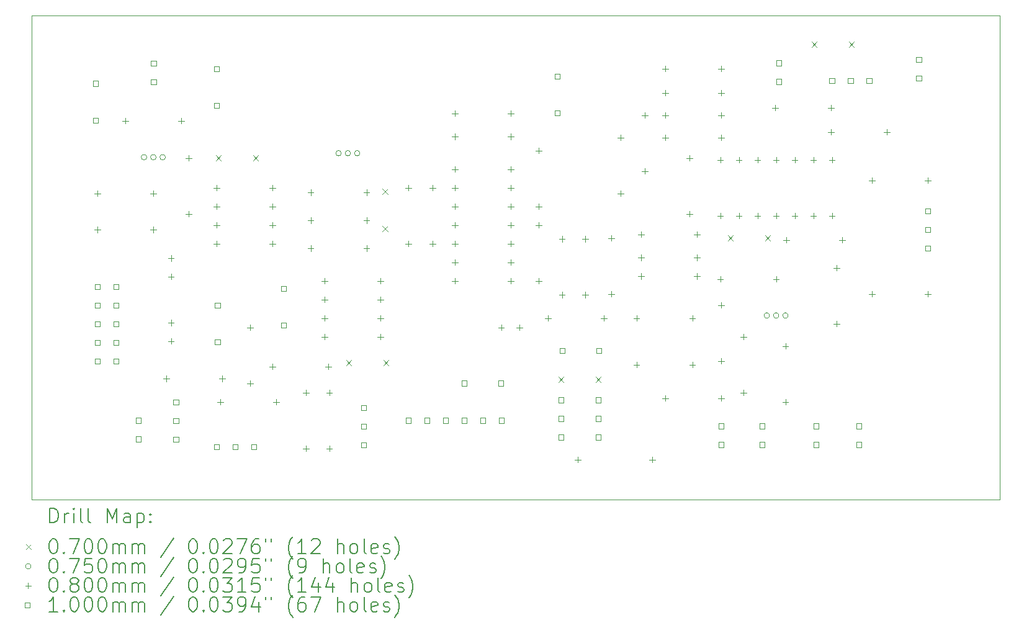
<source format=gbr>
%FSLAX45Y45*%
G04 Gerber Fmt 4.5, Leading zero omitted, Abs format (unit mm)*
G04 Created by KiCad (PCBNEW (6.0.6)) date 2023-01-04 14:37:16*
%MOMM*%
%LPD*%
G01*
G04 APERTURE LIST*
%TA.AperFunction,Profile*%
%ADD10C,0.100000*%
%TD*%
%ADD11C,0.200000*%
%ADD12C,0.070000*%
%ADD13C,0.075000*%
%ADD14C,0.080000*%
%ADD15C,0.100000*%
G04 APERTURE END LIST*
D10*
X8128000Y-2286000D02*
X21336000Y-2286000D01*
X8128000Y-8890000D02*
X8128000Y-2286000D01*
X21336000Y-8890000D02*
X8128000Y-8890000D01*
X21336000Y-2286000D02*
X21336000Y-8890000D01*
D11*
D12*
X10645700Y-4194100D02*
X10715700Y-4264100D01*
X10715700Y-4194100D02*
X10645700Y-4264100D01*
X11153700Y-4194100D02*
X11223700Y-4264100D01*
X11223700Y-4194100D02*
X11153700Y-4264100D01*
X12423700Y-6988100D02*
X12493700Y-7058100D01*
X12493700Y-6988100D02*
X12423700Y-7058100D01*
X12919000Y-4651300D02*
X12989000Y-4721300D01*
X12989000Y-4651300D02*
X12919000Y-4721300D01*
X12919000Y-5159300D02*
X12989000Y-5229300D01*
X12989000Y-5159300D02*
X12919000Y-5229300D01*
X12931700Y-6988100D02*
X13001700Y-7058100D01*
X13001700Y-6988100D02*
X12931700Y-7058100D01*
X15319300Y-7216700D02*
X15389300Y-7286700D01*
X15389300Y-7216700D02*
X15319300Y-7286700D01*
X15827300Y-7216700D02*
X15897300Y-7286700D01*
X15897300Y-7216700D02*
X15827300Y-7286700D01*
X17630700Y-5286300D02*
X17700700Y-5356300D01*
X17700700Y-5286300D02*
X17630700Y-5356300D01*
X18138700Y-5286300D02*
X18208700Y-5356300D01*
X18208700Y-5286300D02*
X18138700Y-5356300D01*
X18773700Y-2644700D02*
X18843700Y-2714700D01*
X18843700Y-2644700D02*
X18773700Y-2714700D01*
X19281700Y-2644700D02*
X19351700Y-2714700D01*
X19351700Y-2644700D02*
X19281700Y-2714700D01*
D13*
X9702200Y-4218500D02*
G75*
G03*
X9702200Y-4218500I-37500J0D01*
G01*
X9829200Y-4218500D02*
G75*
G03*
X9829200Y-4218500I-37500J0D01*
G01*
X9956200Y-4218500D02*
G75*
G03*
X9956200Y-4218500I-37500J0D01*
G01*
X12356500Y-4163500D02*
G75*
G03*
X12356500Y-4163500I-37500J0D01*
G01*
X12483500Y-4163500D02*
G75*
G03*
X12483500Y-4163500I-37500J0D01*
G01*
X12610500Y-4163500D02*
G75*
G03*
X12610500Y-4163500I-37500J0D01*
G01*
X18198500Y-6377500D02*
G75*
G03*
X18198500Y-6377500I-37500J0D01*
G01*
X18325500Y-6377500D02*
G75*
G03*
X18325500Y-6377500I-37500J0D01*
G01*
X18452500Y-6377500D02*
G75*
G03*
X18452500Y-6377500I-37500J0D01*
G01*
D14*
X9029700Y-4671700D02*
X9029700Y-4751700D01*
X8989700Y-4711700D02*
X9069700Y-4711700D01*
X9029700Y-5167000D02*
X9029700Y-5247000D01*
X8989700Y-5207000D02*
X9069700Y-5207000D01*
X9410700Y-3681100D02*
X9410700Y-3761100D01*
X9370700Y-3721100D02*
X9450700Y-3721100D01*
X9791700Y-4671700D02*
X9791700Y-4751700D01*
X9751700Y-4711700D02*
X9831700Y-4711700D01*
X9791700Y-5167000D02*
X9791700Y-5247000D01*
X9751700Y-5207000D02*
X9831700Y-5207000D01*
X9969500Y-7199000D02*
X9969500Y-7279000D01*
X9929500Y-7239000D02*
X10009500Y-7239000D01*
X10033000Y-5556762D02*
X10033000Y-5636762D01*
X9993000Y-5596762D02*
X10073000Y-5596762D01*
X10033000Y-5806762D02*
X10033000Y-5886762D01*
X9993000Y-5846762D02*
X10073000Y-5846762D01*
X10033000Y-6437000D02*
X10033000Y-6517000D01*
X9993000Y-6477000D02*
X10073000Y-6477000D01*
X10033000Y-6687000D02*
X10033000Y-6767000D01*
X9993000Y-6727000D02*
X10073000Y-6727000D01*
X10172700Y-3681100D02*
X10172700Y-3761100D01*
X10132700Y-3721100D02*
X10212700Y-3721100D01*
X10274300Y-4189100D02*
X10274300Y-4269100D01*
X10234300Y-4229100D02*
X10314300Y-4229100D01*
X10274300Y-4951100D02*
X10274300Y-5031100D01*
X10234300Y-4991100D02*
X10314300Y-4991100D01*
X10656300Y-4596500D02*
X10656300Y-4676500D01*
X10616300Y-4636500D02*
X10696300Y-4636500D01*
X10656300Y-4850500D02*
X10656300Y-4930500D01*
X10616300Y-4890500D02*
X10696300Y-4890500D01*
X10656300Y-5104500D02*
X10656300Y-5184500D01*
X10616300Y-5144500D02*
X10696300Y-5144500D01*
X10656300Y-5358500D02*
X10656300Y-5438500D01*
X10616300Y-5398500D02*
X10696300Y-5398500D01*
X10706100Y-7516500D02*
X10706100Y-7596500D01*
X10666100Y-7556500D02*
X10746100Y-7556500D01*
X10731500Y-7199000D02*
X10731500Y-7279000D01*
X10691500Y-7239000D02*
X10771500Y-7239000D01*
X11112500Y-6500500D02*
X11112500Y-6580500D01*
X11072500Y-6540500D02*
X11152500Y-6540500D01*
X11112500Y-7262500D02*
X11112500Y-7342500D01*
X11072500Y-7302500D02*
X11152500Y-7302500D01*
X11417300Y-7033900D02*
X11417300Y-7113900D01*
X11377300Y-7073900D02*
X11457300Y-7073900D01*
X11418300Y-4596500D02*
X11418300Y-4676500D01*
X11378300Y-4636500D02*
X11458300Y-4636500D01*
X11418300Y-4850500D02*
X11418300Y-4930500D01*
X11378300Y-4890500D02*
X11458300Y-4890500D01*
X11418300Y-5104500D02*
X11418300Y-5184500D01*
X11378300Y-5144500D02*
X11458300Y-5144500D01*
X11418300Y-5358500D02*
X11418300Y-5438500D01*
X11378300Y-5398500D02*
X11458300Y-5398500D01*
X11468100Y-7516500D02*
X11468100Y-7596500D01*
X11428100Y-7556500D02*
X11508100Y-7556500D01*
X11874500Y-7389500D02*
X11874500Y-7469500D01*
X11834500Y-7429500D02*
X11914500Y-7429500D01*
X11874500Y-8151500D02*
X11874500Y-8231500D01*
X11834500Y-8191500D02*
X11914500Y-8191500D01*
X11938000Y-4659000D02*
X11938000Y-4739000D01*
X11898000Y-4699000D02*
X11978000Y-4699000D01*
X11938000Y-5040000D02*
X11938000Y-5120000D01*
X11898000Y-5080000D02*
X11978000Y-5080000D01*
X11938000Y-5421000D02*
X11938000Y-5501000D01*
X11898000Y-5461000D02*
X11978000Y-5461000D01*
X12129500Y-5866500D02*
X12129500Y-5946500D01*
X12089500Y-5906500D02*
X12169500Y-5906500D01*
X12129500Y-6120500D02*
X12129500Y-6200500D01*
X12089500Y-6160500D02*
X12169500Y-6160500D01*
X12129500Y-6374500D02*
X12129500Y-6454500D01*
X12089500Y-6414500D02*
X12169500Y-6414500D01*
X12129500Y-6628500D02*
X12129500Y-6708500D01*
X12089500Y-6668500D02*
X12169500Y-6668500D01*
X12179300Y-7033900D02*
X12179300Y-7113900D01*
X12139300Y-7073900D02*
X12219300Y-7073900D01*
X12192000Y-7389500D02*
X12192000Y-7469500D01*
X12152000Y-7429500D02*
X12232000Y-7429500D01*
X12192000Y-8151500D02*
X12192000Y-8231500D01*
X12152000Y-8191500D02*
X12232000Y-8191500D01*
X12700000Y-4659000D02*
X12700000Y-4739000D01*
X12660000Y-4699000D02*
X12740000Y-4699000D01*
X12700000Y-5040000D02*
X12700000Y-5120000D01*
X12660000Y-5080000D02*
X12740000Y-5080000D01*
X12700000Y-5421000D02*
X12700000Y-5501000D01*
X12660000Y-5461000D02*
X12740000Y-5461000D01*
X12891500Y-5866500D02*
X12891500Y-5946500D01*
X12851500Y-5906500D02*
X12931500Y-5906500D01*
X12891500Y-6120500D02*
X12891500Y-6200500D01*
X12851500Y-6160500D02*
X12931500Y-6160500D01*
X12891500Y-6374500D02*
X12891500Y-6454500D01*
X12851500Y-6414500D02*
X12931500Y-6414500D01*
X12891500Y-6628500D02*
X12891500Y-6708500D01*
X12851500Y-6668500D02*
X12931500Y-6668500D01*
X13271500Y-4595500D02*
X13271500Y-4675500D01*
X13231500Y-4635500D02*
X13311500Y-4635500D01*
X13271500Y-5357500D02*
X13271500Y-5437500D01*
X13231500Y-5397500D02*
X13311500Y-5397500D01*
X13601700Y-4595500D02*
X13601700Y-4675500D01*
X13561700Y-4635500D02*
X13641700Y-4635500D01*
X13601700Y-5357500D02*
X13601700Y-5437500D01*
X13561700Y-5397500D02*
X13641700Y-5397500D01*
X13906500Y-3579500D02*
X13906500Y-3659500D01*
X13866500Y-3619500D02*
X13946500Y-3619500D01*
X13906500Y-3897000D02*
X13906500Y-3977000D01*
X13866500Y-3937000D02*
X13946500Y-3937000D01*
X13906500Y-4341000D02*
X13906500Y-4421000D01*
X13866500Y-4381000D02*
X13946500Y-4381000D01*
X13906500Y-4595000D02*
X13906500Y-4675000D01*
X13866500Y-4635000D02*
X13946500Y-4635000D01*
X13906500Y-4849000D02*
X13906500Y-4929000D01*
X13866500Y-4889000D02*
X13946500Y-4889000D01*
X13906500Y-5103000D02*
X13906500Y-5183000D01*
X13866500Y-5143000D02*
X13946500Y-5143000D01*
X13906500Y-5357000D02*
X13906500Y-5437000D01*
X13866500Y-5397000D02*
X13946500Y-5397000D01*
X13906500Y-5611000D02*
X13906500Y-5691000D01*
X13866500Y-5651000D02*
X13946500Y-5651000D01*
X13906500Y-5865000D02*
X13906500Y-5945000D01*
X13866500Y-5905000D02*
X13946500Y-5905000D01*
X14536738Y-6500500D02*
X14536738Y-6580500D01*
X14496738Y-6540500D02*
X14576738Y-6540500D01*
X14668500Y-3579500D02*
X14668500Y-3659500D01*
X14628500Y-3619500D02*
X14708500Y-3619500D01*
X14668500Y-3897000D02*
X14668500Y-3977000D01*
X14628500Y-3937000D02*
X14708500Y-3937000D01*
X14668500Y-4341000D02*
X14668500Y-4421000D01*
X14628500Y-4381000D02*
X14708500Y-4381000D01*
X14668500Y-4595000D02*
X14668500Y-4675000D01*
X14628500Y-4635000D02*
X14708500Y-4635000D01*
X14668500Y-4849000D02*
X14668500Y-4929000D01*
X14628500Y-4889000D02*
X14708500Y-4889000D01*
X14668500Y-5103000D02*
X14668500Y-5183000D01*
X14628500Y-5143000D02*
X14708500Y-5143000D01*
X14668500Y-5357000D02*
X14668500Y-5437000D01*
X14628500Y-5397000D02*
X14708500Y-5397000D01*
X14668500Y-5611000D02*
X14668500Y-5691000D01*
X14628500Y-5651000D02*
X14708500Y-5651000D01*
X14668500Y-5865000D02*
X14668500Y-5945000D01*
X14628500Y-5905000D02*
X14708500Y-5905000D01*
X14786738Y-6500500D02*
X14786738Y-6580500D01*
X14746738Y-6540500D02*
X14826738Y-6540500D01*
X15049500Y-4087500D02*
X15049500Y-4167500D01*
X15009500Y-4127500D02*
X15089500Y-4127500D01*
X15049500Y-4849500D02*
X15049500Y-4929500D01*
X15009500Y-4889500D02*
X15089500Y-4889500D01*
X15049500Y-5103500D02*
X15049500Y-5183500D01*
X15009500Y-5143500D02*
X15089500Y-5143500D01*
X15049500Y-5865500D02*
X15049500Y-5945500D01*
X15009500Y-5905500D02*
X15089500Y-5905500D01*
X15176500Y-6373500D02*
X15176500Y-6453500D01*
X15136500Y-6413500D02*
X15216500Y-6413500D01*
X15367000Y-5294000D02*
X15367000Y-5374000D01*
X15327000Y-5334000D02*
X15407000Y-5334000D01*
X15367000Y-6056000D02*
X15367000Y-6136000D01*
X15327000Y-6096000D02*
X15407000Y-6096000D01*
X15582900Y-8303900D02*
X15582900Y-8383900D01*
X15542900Y-8343900D02*
X15622900Y-8343900D01*
X15684500Y-5294000D02*
X15684500Y-5374000D01*
X15644500Y-5334000D02*
X15724500Y-5334000D01*
X15684500Y-6056000D02*
X15684500Y-6136000D01*
X15644500Y-6096000D02*
X15724500Y-6096000D01*
X15938500Y-6373500D02*
X15938500Y-6453500D01*
X15898500Y-6413500D02*
X15978500Y-6413500D01*
X16040100Y-5281300D02*
X16040100Y-5361300D01*
X16000100Y-5321300D02*
X16080100Y-5321300D01*
X16040100Y-6043300D02*
X16040100Y-6123300D01*
X16000100Y-6083300D02*
X16080100Y-6083300D01*
X16167100Y-3909700D02*
X16167100Y-3989700D01*
X16127100Y-3949700D02*
X16207100Y-3949700D01*
X16167100Y-4671700D02*
X16167100Y-4751700D01*
X16127100Y-4711700D02*
X16207100Y-4711700D01*
X16383000Y-6373500D02*
X16383000Y-6453500D01*
X16343000Y-6413500D02*
X16423000Y-6413500D01*
X16383000Y-7008500D02*
X16383000Y-7088500D01*
X16343000Y-7048500D02*
X16423000Y-7048500D01*
X16446500Y-5230500D02*
X16446500Y-5310500D01*
X16406500Y-5270500D02*
X16486500Y-5270500D01*
X16446500Y-5548000D02*
X16446500Y-5628000D01*
X16406500Y-5588000D02*
X16486500Y-5588000D01*
X16446500Y-5802000D02*
X16446500Y-5882000D01*
X16406500Y-5842000D02*
X16486500Y-5842000D01*
X16497300Y-3604900D02*
X16497300Y-3684900D01*
X16457300Y-3644900D02*
X16537300Y-3644900D01*
X16497300Y-4366900D02*
X16497300Y-4446900D01*
X16457300Y-4406900D02*
X16537300Y-4406900D01*
X16598900Y-8303900D02*
X16598900Y-8383900D01*
X16558900Y-8343900D02*
X16638900Y-8343900D01*
X16776700Y-2969900D02*
X16776700Y-3049900D01*
X16736700Y-3009900D02*
X16816700Y-3009900D01*
X16776700Y-3300100D02*
X16776700Y-3380100D01*
X16736700Y-3340100D02*
X16816700Y-3340100D01*
X16776700Y-3604900D02*
X16776700Y-3684900D01*
X16736700Y-3644900D02*
X16816700Y-3644900D01*
X16776700Y-3909700D02*
X16776700Y-3989700D01*
X16736700Y-3949700D02*
X16816700Y-3949700D01*
X16776700Y-7465700D02*
X16776700Y-7545700D01*
X16736700Y-7505700D02*
X16816700Y-7505700D01*
X17106900Y-4189100D02*
X17106900Y-4269100D01*
X17066900Y-4229100D02*
X17146900Y-4229100D01*
X17106900Y-4951100D02*
X17106900Y-5031100D01*
X17066900Y-4991100D02*
X17146900Y-4991100D01*
X17145000Y-6373500D02*
X17145000Y-6453500D01*
X17105000Y-6413500D02*
X17185000Y-6413500D01*
X17145000Y-7008500D02*
X17145000Y-7088500D01*
X17105000Y-7048500D02*
X17185000Y-7048500D01*
X17208500Y-5230500D02*
X17208500Y-5310500D01*
X17168500Y-5270500D02*
X17248500Y-5270500D01*
X17208500Y-5548000D02*
X17208500Y-5628000D01*
X17168500Y-5588000D02*
X17248500Y-5588000D01*
X17208500Y-5802000D02*
X17208500Y-5882000D01*
X17168500Y-5842000D02*
X17248500Y-5842000D01*
X17526000Y-5840100D02*
X17526000Y-5920100D01*
X17486000Y-5880100D02*
X17566000Y-5880100D01*
X17526500Y-4215500D02*
X17526500Y-4295500D01*
X17486500Y-4255500D02*
X17566500Y-4255500D01*
X17526500Y-4977500D02*
X17526500Y-5057500D01*
X17486500Y-5017500D02*
X17566500Y-5017500D01*
X17538700Y-2969900D02*
X17538700Y-3049900D01*
X17498700Y-3009900D02*
X17578700Y-3009900D01*
X17538700Y-3300100D02*
X17538700Y-3380100D01*
X17498700Y-3340100D02*
X17578700Y-3340100D01*
X17538700Y-3604900D02*
X17538700Y-3684900D01*
X17498700Y-3644900D02*
X17578700Y-3644900D01*
X17538700Y-3909700D02*
X17538700Y-3989700D01*
X17498700Y-3949700D02*
X17578700Y-3949700D01*
X17538700Y-6195700D02*
X17538700Y-6275700D01*
X17498700Y-6235700D02*
X17578700Y-6235700D01*
X17538700Y-6957700D02*
X17538700Y-7037700D01*
X17498700Y-6997700D02*
X17578700Y-6997700D01*
X17538700Y-7465700D02*
X17538700Y-7545700D01*
X17498700Y-7505700D02*
X17578700Y-7505700D01*
X17780500Y-4215500D02*
X17780500Y-4295500D01*
X17740500Y-4255500D02*
X17820500Y-4255500D01*
X17780500Y-4977500D02*
X17780500Y-5057500D01*
X17740500Y-5017500D02*
X17820500Y-5017500D01*
X17843500Y-6627500D02*
X17843500Y-6707500D01*
X17803500Y-6667500D02*
X17883500Y-6667500D01*
X17843500Y-7389500D02*
X17843500Y-7469500D01*
X17803500Y-7429500D02*
X17883500Y-7429500D01*
X18034500Y-4215500D02*
X18034500Y-4295500D01*
X17994500Y-4255500D02*
X18074500Y-4255500D01*
X18034500Y-4977500D02*
X18034500Y-5057500D01*
X17994500Y-5017500D02*
X18074500Y-5017500D01*
X18275300Y-3503300D02*
X18275300Y-3583300D01*
X18235300Y-3543300D02*
X18315300Y-3543300D01*
X18288000Y-5840100D02*
X18288000Y-5920100D01*
X18248000Y-5880100D02*
X18328000Y-5880100D01*
X18288500Y-4215500D02*
X18288500Y-4295500D01*
X18248500Y-4255500D02*
X18328500Y-4255500D01*
X18288500Y-4977500D02*
X18288500Y-5057500D01*
X18248500Y-5017500D02*
X18328500Y-5017500D01*
X18415000Y-6754500D02*
X18415000Y-6834500D01*
X18375000Y-6794500D02*
X18455000Y-6794500D01*
X18415000Y-7516500D02*
X18415000Y-7596500D01*
X18375000Y-7556500D02*
X18455000Y-7556500D01*
X18427700Y-5306700D02*
X18427700Y-5386700D01*
X18387700Y-5346700D02*
X18467700Y-5346700D01*
X18542500Y-4215500D02*
X18542500Y-4295500D01*
X18502500Y-4255500D02*
X18582500Y-4255500D01*
X18542500Y-4977500D02*
X18542500Y-5057500D01*
X18502500Y-5017500D02*
X18582500Y-5017500D01*
X18796500Y-4215500D02*
X18796500Y-4295500D01*
X18756500Y-4255500D02*
X18836500Y-4255500D01*
X18796500Y-4977500D02*
X18796500Y-5057500D01*
X18756500Y-5017500D02*
X18836500Y-5017500D01*
X19037300Y-3503300D02*
X19037300Y-3583300D01*
X18997300Y-3543300D02*
X19077300Y-3543300D01*
X19037300Y-3833500D02*
X19037300Y-3913500D01*
X18997300Y-3873500D02*
X19077300Y-3873500D01*
X19050500Y-4215500D02*
X19050500Y-4295500D01*
X19010500Y-4255500D02*
X19090500Y-4255500D01*
X19050500Y-4977500D02*
X19050500Y-5057500D01*
X19010500Y-5017500D02*
X19090500Y-5017500D01*
X19113500Y-5687700D02*
X19113500Y-5767700D01*
X19073500Y-5727700D02*
X19153500Y-5727700D01*
X19113500Y-6449700D02*
X19113500Y-6529700D01*
X19073500Y-6489700D02*
X19153500Y-6489700D01*
X19189700Y-5306700D02*
X19189700Y-5386700D01*
X19149700Y-5346700D02*
X19229700Y-5346700D01*
X19596100Y-4493900D02*
X19596100Y-4573900D01*
X19556100Y-4533900D02*
X19636100Y-4533900D01*
X19596100Y-6043300D02*
X19596100Y-6123300D01*
X19556100Y-6083300D02*
X19636100Y-6083300D01*
X19799300Y-3833500D02*
X19799300Y-3913500D01*
X19759300Y-3873500D02*
X19839300Y-3873500D01*
X20358100Y-4493900D02*
X20358100Y-4573900D01*
X20318100Y-4533900D02*
X20398100Y-4533900D01*
X20358100Y-6043300D02*
X20358100Y-6123300D01*
X20318100Y-6083300D02*
X20398100Y-6083300D01*
D15*
X9039656Y-3248456D02*
X9039656Y-3177744D01*
X8968944Y-3177744D01*
X8968944Y-3248456D01*
X9039656Y-3248456D01*
X9039656Y-3748456D02*
X9039656Y-3677744D01*
X8968944Y-3677744D01*
X8968944Y-3748456D01*
X9039656Y-3748456D01*
X9064556Y-6017556D02*
X9064556Y-5946844D01*
X8993844Y-5946844D01*
X8993844Y-6017556D01*
X9064556Y-6017556D01*
X9064556Y-6271556D02*
X9064556Y-6200844D01*
X8993844Y-6200844D01*
X8993844Y-6271556D01*
X9064556Y-6271556D01*
X9064556Y-6525556D02*
X9064556Y-6454844D01*
X8993844Y-6454844D01*
X8993844Y-6525556D01*
X9064556Y-6525556D01*
X9064556Y-6779556D02*
X9064556Y-6708844D01*
X8993844Y-6708844D01*
X8993844Y-6779556D01*
X9064556Y-6779556D01*
X9064556Y-7033556D02*
X9064556Y-6962844D01*
X8993844Y-6962844D01*
X8993844Y-7033556D01*
X9064556Y-7033556D01*
X9318556Y-6017556D02*
X9318556Y-5946844D01*
X9247844Y-5946844D01*
X9247844Y-6017556D01*
X9318556Y-6017556D01*
X9318556Y-6271556D02*
X9318556Y-6200844D01*
X9247844Y-6200844D01*
X9247844Y-6271556D01*
X9318556Y-6271556D01*
X9318556Y-6525556D02*
X9318556Y-6454844D01*
X9247844Y-6454844D01*
X9247844Y-6525556D01*
X9318556Y-6525556D01*
X9318556Y-6779556D02*
X9318556Y-6708844D01*
X9247844Y-6708844D01*
X9247844Y-6779556D01*
X9318556Y-6779556D01*
X9318556Y-7033556D02*
X9318556Y-6962844D01*
X9247844Y-6962844D01*
X9247844Y-7033556D01*
X9318556Y-7033556D01*
X9621356Y-7843856D02*
X9621356Y-7773144D01*
X9550644Y-7773144D01*
X9550644Y-7843856D01*
X9621356Y-7843856D01*
X9621356Y-8097856D02*
X9621356Y-8027144D01*
X9550644Y-8027144D01*
X9550644Y-8097856D01*
X9621356Y-8097856D01*
X9829556Y-2971056D02*
X9829556Y-2900344D01*
X9758844Y-2900344D01*
X9758844Y-2971056D01*
X9829556Y-2971056D01*
X9829556Y-3225056D02*
X9829556Y-3154344D01*
X9758844Y-3154344D01*
X9758844Y-3225056D01*
X9829556Y-3225056D01*
X10134356Y-7593356D02*
X10134356Y-7522644D01*
X10063644Y-7522644D01*
X10063644Y-7593356D01*
X10134356Y-7593356D01*
X10134356Y-7847356D02*
X10134356Y-7776644D01*
X10063644Y-7776644D01*
X10063644Y-7847356D01*
X10134356Y-7847356D01*
X10134356Y-8101356D02*
X10134356Y-8030644D01*
X10063644Y-8030644D01*
X10063644Y-8101356D01*
X10134356Y-8101356D01*
X10689156Y-8203956D02*
X10689156Y-8133244D01*
X10618444Y-8133244D01*
X10618444Y-8203956D01*
X10689156Y-8203956D01*
X10690656Y-3049256D02*
X10690656Y-2978544D01*
X10619944Y-2978544D01*
X10619944Y-3049256D01*
X10690656Y-3049256D01*
X10690656Y-3549256D02*
X10690656Y-3478544D01*
X10619944Y-3478544D01*
X10619944Y-3549256D01*
X10690656Y-3549256D01*
X10703356Y-6275056D02*
X10703356Y-6204344D01*
X10632644Y-6204344D01*
X10632644Y-6275056D01*
X10703356Y-6275056D01*
X10703356Y-6775056D02*
X10703356Y-6704344D01*
X10632644Y-6704344D01*
X10632644Y-6775056D01*
X10703356Y-6775056D01*
X10943156Y-8203956D02*
X10943156Y-8133244D01*
X10872444Y-8133244D01*
X10872444Y-8203956D01*
X10943156Y-8203956D01*
X11197156Y-8203956D02*
X11197156Y-8133244D01*
X11126444Y-8133244D01*
X11126444Y-8203956D01*
X11197156Y-8203956D01*
X11605056Y-6046456D02*
X11605056Y-5975744D01*
X11534344Y-5975744D01*
X11534344Y-6046456D01*
X11605056Y-6046456D01*
X11605056Y-6546456D02*
X11605056Y-6475744D01*
X11534344Y-6475744D01*
X11534344Y-6546456D01*
X11605056Y-6546456D01*
X12697256Y-7669556D02*
X12697256Y-7598844D01*
X12626544Y-7598844D01*
X12626544Y-7669556D01*
X12697256Y-7669556D01*
X12697256Y-7923556D02*
X12697256Y-7852844D01*
X12626544Y-7852844D01*
X12626544Y-7923556D01*
X12697256Y-7923556D01*
X12697256Y-8177556D02*
X12697256Y-8106844D01*
X12626544Y-8106844D01*
X12626544Y-8177556D01*
X12697256Y-8177556D01*
X13306856Y-7845856D02*
X13306856Y-7775144D01*
X13236144Y-7775144D01*
X13236144Y-7845856D01*
X13306856Y-7845856D01*
X13560856Y-7845856D02*
X13560856Y-7775144D01*
X13490144Y-7775144D01*
X13490144Y-7845856D01*
X13560856Y-7845856D01*
X13814856Y-7845856D02*
X13814856Y-7775144D01*
X13744144Y-7775144D01*
X13744144Y-7845856D01*
X13814856Y-7845856D01*
X14068856Y-7337856D02*
X14068856Y-7267144D01*
X13998144Y-7267144D01*
X13998144Y-7337856D01*
X14068856Y-7337856D01*
X14068856Y-7845856D02*
X14068856Y-7775144D01*
X13998144Y-7775144D01*
X13998144Y-7845856D01*
X14068856Y-7845856D01*
X14322856Y-7845856D02*
X14322856Y-7775144D01*
X14252144Y-7775144D01*
X14252144Y-7845856D01*
X14322856Y-7845856D01*
X14568856Y-7337856D02*
X14568856Y-7267144D01*
X14498144Y-7267144D01*
X14498144Y-7337856D01*
X14568856Y-7337856D01*
X14576856Y-7845856D02*
X14576856Y-7775144D01*
X14506144Y-7775144D01*
X14506144Y-7845856D01*
X14576856Y-7845856D01*
X15338856Y-3150856D02*
X15338856Y-3080144D01*
X15268144Y-3080144D01*
X15268144Y-3150856D01*
X15338856Y-3150856D01*
X15338856Y-3650856D02*
X15338856Y-3580144D01*
X15268144Y-3580144D01*
X15268144Y-3650856D01*
X15338856Y-3650856D01*
X15389656Y-7566456D02*
X15389656Y-7495744D01*
X15318944Y-7495744D01*
X15318944Y-7566456D01*
X15389656Y-7566456D01*
X15389656Y-7820456D02*
X15389656Y-7749744D01*
X15318944Y-7749744D01*
X15318944Y-7820456D01*
X15389656Y-7820456D01*
X15389656Y-8074456D02*
X15389656Y-8003744D01*
X15318944Y-8003744D01*
X15318944Y-8074456D01*
X15389656Y-8074456D01*
X15406356Y-6893356D02*
X15406356Y-6822644D01*
X15335644Y-6822644D01*
X15335644Y-6893356D01*
X15406356Y-6893356D01*
X15897656Y-7566456D02*
X15897656Y-7495744D01*
X15826944Y-7495744D01*
X15826944Y-7566456D01*
X15897656Y-7566456D01*
X15897656Y-7820456D02*
X15897656Y-7749744D01*
X15826944Y-7749744D01*
X15826944Y-7820456D01*
X15897656Y-7820456D01*
X15897656Y-8074456D02*
X15897656Y-8003744D01*
X15826944Y-8003744D01*
X15826944Y-8074456D01*
X15897656Y-8074456D01*
X15906356Y-6893356D02*
X15906356Y-6822644D01*
X15835644Y-6822644D01*
X15835644Y-6893356D01*
X15906356Y-6893356D01*
X17571556Y-7920056D02*
X17571556Y-7849344D01*
X17500844Y-7849344D01*
X17500844Y-7920056D01*
X17571556Y-7920056D01*
X17571556Y-8174056D02*
X17571556Y-8103344D01*
X17500844Y-8103344D01*
X17500844Y-8174056D01*
X17571556Y-8174056D01*
X18130356Y-7920056D02*
X18130356Y-7849344D01*
X18059644Y-7849344D01*
X18059644Y-7920056D01*
X18130356Y-7920056D01*
X18130356Y-8174056D02*
X18130356Y-8103344D01*
X18059644Y-8103344D01*
X18059644Y-8174056D01*
X18130356Y-8174056D01*
X18358956Y-2967056D02*
X18358956Y-2896344D01*
X18288244Y-2896344D01*
X18288244Y-2967056D01*
X18358956Y-2967056D01*
X18358956Y-3221056D02*
X18358956Y-3150344D01*
X18288244Y-3150344D01*
X18288244Y-3221056D01*
X18358956Y-3221056D01*
X18869456Y-7922056D02*
X18869456Y-7851344D01*
X18798744Y-7851344D01*
X18798744Y-7922056D01*
X18869456Y-7922056D01*
X18869456Y-8176056D02*
X18869456Y-8105344D01*
X18798744Y-8105344D01*
X18798744Y-8176056D01*
X18869456Y-8176056D01*
X19085356Y-3210356D02*
X19085356Y-3139644D01*
X19014644Y-3139644D01*
X19014644Y-3210356D01*
X19085356Y-3210356D01*
X19339356Y-3210356D02*
X19339356Y-3139644D01*
X19268644Y-3139644D01*
X19268644Y-3210356D01*
X19339356Y-3210356D01*
X19451156Y-7920056D02*
X19451156Y-7849344D01*
X19380444Y-7849344D01*
X19380444Y-7920056D01*
X19451156Y-7920056D01*
X19451156Y-8174056D02*
X19451156Y-8103344D01*
X19380444Y-8103344D01*
X19380444Y-8174056D01*
X19451156Y-8174056D01*
X19593356Y-3210356D02*
X19593356Y-3139644D01*
X19522644Y-3139644D01*
X19522644Y-3210356D01*
X19593356Y-3210356D01*
X20268956Y-2920256D02*
X20268956Y-2849544D01*
X20198244Y-2849544D01*
X20198244Y-2920256D01*
X20268956Y-2920256D01*
X20268956Y-3174256D02*
X20268956Y-3103544D01*
X20198244Y-3103544D01*
X20198244Y-3174256D01*
X20268956Y-3174256D01*
X20393456Y-4986856D02*
X20393456Y-4916144D01*
X20322744Y-4916144D01*
X20322744Y-4986856D01*
X20393456Y-4986856D01*
X20393456Y-5240856D02*
X20393456Y-5170144D01*
X20322744Y-5170144D01*
X20322744Y-5240856D01*
X20393456Y-5240856D01*
X20393456Y-5494856D02*
X20393456Y-5424144D01*
X20322744Y-5424144D01*
X20322744Y-5494856D01*
X20393456Y-5494856D01*
D11*
X8380619Y-9205476D02*
X8380619Y-9005476D01*
X8428238Y-9005476D01*
X8456810Y-9015000D01*
X8475857Y-9034048D01*
X8485381Y-9053095D01*
X8494905Y-9091190D01*
X8494905Y-9119762D01*
X8485381Y-9157857D01*
X8475857Y-9176905D01*
X8456810Y-9195952D01*
X8428238Y-9205476D01*
X8380619Y-9205476D01*
X8580619Y-9205476D02*
X8580619Y-9072143D01*
X8580619Y-9110238D02*
X8590143Y-9091190D01*
X8599667Y-9081667D01*
X8618714Y-9072143D01*
X8637762Y-9072143D01*
X8704429Y-9205476D02*
X8704429Y-9072143D01*
X8704429Y-9005476D02*
X8694905Y-9015000D01*
X8704429Y-9024524D01*
X8713952Y-9015000D01*
X8704429Y-9005476D01*
X8704429Y-9024524D01*
X8828238Y-9205476D02*
X8809190Y-9195952D01*
X8799667Y-9176905D01*
X8799667Y-9005476D01*
X8933000Y-9205476D02*
X8913952Y-9195952D01*
X8904429Y-9176905D01*
X8904429Y-9005476D01*
X9161571Y-9205476D02*
X9161571Y-9005476D01*
X9228238Y-9148333D01*
X9294905Y-9005476D01*
X9294905Y-9205476D01*
X9475857Y-9205476D02*
X9475857Y-9100714D01*
X9466333Y-9081667D01*
X9447286Y-9072143D01*
X9409190Y-9072143D01*
X9390143Y-9081667D01*
X9475857Y-9195952D02*
X9456810Y-9205476D01*
X9409190Y-9205476D01*
X9390143Y-9195952D01*
X9380619Y-9176905D01*
X9380619Y-9157857D01*
X9390143Y-9138810D01*
X9409190Y-9129286D01*
X9456810Y-9129286D01*
X9475857Y-9119762D01*
X9571095Y-9072143D02*
X9571095Y-9272143D01*
X9571095Y-9081667D02*
X9590143Y-9072143D01*
X9628238Y-9072143D01*
X9647286Y-9081667D01*
X9656810Y-9091190D01*
X9666333Y-9110238D01*
X9666333Y-9167381D01*
X9656810Y-9186429D01*
X9647286Y-9195952D01*
X9628238Y-9205476D01*
X9590143Y-9205476D01*
X9571095Y-9195952D01*
X9752048Y-9186429D02*
X9761571Y-9195952D01*
X9752048Y-9205476D01*
X9742524Y-9195952D01*
X9752048Y-9186429D01*
X9752048Y-9205476D01*
X9752048Y-9081667D02*
X9761571Y-9091190D01*
X9752048Y-9100714D01*
X9742524Y-9091190D01*
X9752048Y-9081667D01*
X9752048Y-9100714D01*
D12*
X8053000Y-9500000D02*
X8123000Y-9570000D01*
X8123000Y-9500000D02*
X8053000Y-9570000D01*
D11*
X8418714Y-9425476D02*
X8437762Y-9425476D01*
X8456810Y-9435000D01*
X8466333Y-9444524D01*
X8475857Y-9463571D01*
X8485381Y-9501667D01*
X8485381Y-9549286D01*
X8475857Y-9587381D01*
X8466333Y-9606429D01*
X8456810Y-9615952D01*
X8437762Y-9625476D01*
X8418714Y-9625476D01*
X8399667Y-9615952D01*
X8390143Y-9606429D01*
X8380619Y-9587381D01*
X8371095Y-9549286D01*
X8371095Y-9501667D01*
X8380619Y-9463571D01*
X8390143Y-9444524D01*
X8399667Y-9435000D01*
X8418714Y-9425476D01*
X8571095Y-9606429D02*
X8580619Y-9615952D01*
X8571095Y-9625476D01*
X8561571Y-9615952D01*
X8571095Y-9606429D01*
X8571095Y-9625476D01*
X8647286Y-9425476D02*
X8780619Y-9425476D01*
X8694905Y-9625476D01*
X8894905Y-9425476D02*
X8913952Y-9425476D01*
X8933000Y-9435000D01*
X8942524Y-9444524D01*
X8952048Y-9463571D01*
X8961571Y-9501667D01*
X8961571Y-9549286D01*
X8952048Y-9587381D01*
X8942524Y-9606429D01*
X8933000Y-9615952D01*
X8913952Y-9625476D01*
X8894905Y-9625476D01*
X8875857Y-9615952D01*
X8866333Y-9606429D01*
X8856810Y-9587381D01*
X8847286Y-9549286D01*
X8847286Y-9501667D01*
X8856810Y-9463571D01*
X8866333Y-9444524D01*
X8875857Y-9435000D01*
X8894905Y-9425476D01*
X9085381Y-9425476D02*
X9104429Y-9425476D01*
X9123476Y-9435000D01*
X9133000Y-9444524D01*
X9142524Y-9463571D01*
X9152048Y-9501667D01*
X9152048Y-9549286D01*
X9142524Y-9587381D01*
X9133000Y-9606429D01*
X9123476Y-9615952D01*
X9104429Y-9625476D01*
X9085381Y-9625476D01*
X9066333Y-9615952D01*
X9056810Y-9606429D01*
X9047286Y-9587381D01*
X9037762Y-9549286D01*
X9037762Y-9501667D01*
X9047286Y-9463571D01*
X9056810Y-9444524D01*
X9066333Y-9435000D01*
X9085381Y-9425476D01*
X9237762Y-9625476D02*
X9237762Y-9492143D01*
X9237762Y-9511190D02*
X9247286Y-9501667D01*
X9266333Y-9492143D01*
X9294905Y-9492143D01*
X9313952Y-9501667D01*
X9323476Y-9520714D01*
X9323476Y-9625476D01*
X9323476Y-9520714D02*
X9333000Y-9501667D01*
X9352048Y-9492143D01*
X9380619Y-9492143D01*
X9399667Y-9501667D01*
X9409190Y-9520714D01*
X9409190Y-9625476D01*
X9504429Y-9625476D02*
X9504429Y-9492143D01*
X9504429Y-9511190D02*
X9513952Y-9501667D01*
X9533000Y-9492143D01*
X9561571Y-9492143D01*
X9580619Y-9501667D01*
X9590143Y-9520714D01*
X9590143Y-9625476D01*
X9590143Y-9520714D02*
X9599667Y-9501667D01*
X9618714Y-9492143D01*
X9647286Y-9492143D01*
X9666333Y-9501667D01*
X9675857Y-9520714D01*
X9675857Y-9625476D01*
X10066333Y-9415952D02*
X9894905Y-9673095D01*
X10323476Y-9425476D02*
X10342524Y-9425476D01*
X10361571Y-9435000D01*
X10371095Y-9444524D01*
X10380619Y-9463571D01*
X10390143Y-9501667D01*
X10390143Y-9549286D01*
X10380619Y-9587381D01*
X10371095Y-9606429D01*
X10361571Y-9615952D01*
X10342524Y-9625476D01*
X10323476Y-9625476D01*
X10304429Y-9615952D01*
X10294905Y-9606429D01*
X10285381Y-9587381D01*
X10275857Y-9549286D01*
X10275857Y-9501667D01*
X10285381Y-9463571D01*
X10294905Y-9444524D01*
X10304429Y-9435000D01*
X10323476Y-9425476D01*
X10475857Y-9606429D02*
X10485381Y-9615952D01*
X10475857Y-9625476D01*
X10466333Y-9615952D01*
X10475857Y-9606429D01*
X10475857Y-9625476D01*
X10609190Y-9425476D02*
X10628238Y-9425476D01*
X10647286Y-9435000D01*
X10656810Y-9444524D01*
X10666333Y-9463571D01*
X10675857Y-9501667D01*
X10675857Y-9549286D01*
X10666333Y-9587381D01*
X10656810Y-9606429D01*
X10647286Y-9615952D01*
X10628238Y-9625476D01*
X10609190Y-9625476D01*
X10590143Y-9615952D01*
X10580619Y-9606429D01*
X10571095Y-9587381D01*
X10561571Y-9549286D01*
X10561571Y-9501667D01*
X10571095Y-9463571D01*
X10580619Y-9444524D01*
X10590143Y-9435000D01*
X10609190Y-9425476D01*
X10752048Y-9444524D02*
X10761571Y-9435000D01*
X10780619Y-9425476D01*
X10828238Y-9425476D01*
X10847286Y-9435000D01*
X10856810Y-9444524D01*
X10866333Y-9463571D01*
X10866333Y-9482619D01*
X10856810Y-9511190D01*
X10742524Y-9625476D01*
X10866333Y-9625476D01*
X10933000Y-9425476D02*
X11066333Y-9425476D01*
X10980619Y-9625476D01*
X11228238Y-9425476D02*
X11190143Y-9425476D01*
X11171095Y-9435000D01*
X11161571Y-9444524D01*
X11142524Y-9473095D01*
X11133000Y-9511190D01*
X11133000Y-9587381D01*
X11142524Y-9606429D01*
X11152048Y-9615952D01*
X11171095Y-9625476D01*
X11209190Y-9625476D01*
X11228238Y-9615952D01*
X11237762Y-9606429D01*
X11247286Y-9587381D01*
X11247286Y-9539762D01*
X11237762Y-9520714D01*
X11228238Y-9511190D01*
X11209190Y-9501667D01*
X11171095Y-9501667D01*
X11152048Y-9511190D01*
X11142524Y-9520714D01*
X11133000Y-9539762D01*
X11323476Y-9425476D02*
X11323476Y-9463571D01*
X11399667Y-9425476D02*
X11399667Y-9463571D01*
X11694905Y-9701667D02*
X11685381Y-9692143D01*
X11666333Y-9663571D01*
X11656809Y-9644524D01*
X11647286Y-9615952D01*
X11637762Y-9568333D01*
X11637762Y-9530238D01*
X11647286Y-9482619D01*
X11656809Y-9454048D01*
X11666333Y-9435000D01*
X11685381Y-9406429D01*
X11694905Y-9396905D01*
X11875857Y-9625476D02*
X11761571Y-9625476D01*
X11818714Y-9625476D02*
X11818714Y-9425476D01*
X11799667Y-9454048D01*
X11780619Y-9473095D01*
X11761571Y-9482619D01*
X11952048Y-9444524D02*
X11961571Y-9435000D01*
X11980619Y-9425476D01*
X12028238Y-9425476D01*
X12047286Y-9435000D01*
X12056809Y-9444524D01*
X12066333Y-9463571D01*
X12066333Y-9482619D01*
X12056809Y-9511190D01*
X11942524Y-9625476D01*
X12066333Y-9625476D01*
X12304428Y-9625476D02*
X12304428Y-9425476D01*
X12390143Y-9625476D02*
X12390143Y-9520714D01*
X12380619Y-9501667D01*
X12361571Y-9492143D01*
X12333000Y-9492143D01*
X12313952Y-9501667D01*
X12304428Y-9511190D01*
X12513952Y-9625476D02*
X12494905Y-9615952D01*
X12485381Y-9606429D01*
X12475857Y-9587381D01*
X12475857Y-9530238D01*
X12485381Y-9511190D01*
X12494905Y-9501667D01*
X12513952Y-9492143D01*
X12542524Y-9492143D01*
X12561571Y-9501667D01*
X12571095Y-9511190D01*
X12580619Y-9530238D01*
X12580619Y-9587381D01*
X12571095Y-9606429D01*
X12561571Y-9615952D01*
X12542524Y-9625476D01*
X12513952Y-9625476D01*
X12694905Y-9625476D02*
X12675857Y-9615952D01*
X12666333Y-9596905D01*
X12666333Y-9425476D01*
X12847286Y-9615952D02*
X12828238Y-9625476D01*
X12790143Y-9625476D01*
X12771095Y-9615952D01*
X12761571Y-9596905D01*
X12761571Y-9520714D01*
X12771095Y-9501667D01*
X12790143Y-9492143D01*
X12828238Y-9492143D01*
X12847286Y-9501667D01*
X12856809Y-9520714D01*
X12856809Y-9539762D01*
X12761571Y-9558810D01*
X12933000Y-9615952D02*
X12952048Y-9625476D01*
X12990143Y-9625476D01*
X13009190Y-9615952D01*
X13018714Y-9596905D01*
X13018714Y-9587381D01*
X13009190Y-9568333D01*
X12990143Y-9558810D01*
X12961571Y-9558810D01*
X12942524Y-9549286D01*
X12933000Y-9530238D01*
X12933000Y-9520714D01*
X12942524Y-9501667D01*
X12961571Y-9492143D01*
X12990143Y-9492143D01*
X13009190Y-9501667D01*
X13085381Y-9701667D02*
X13094905Y-9692143D01*
X13113952Y-9663571D01*
X13123476Y-9644524D01*
X13133000Y-9615952D01*
X13142524Y-9568333D01*
X13142524Y-9530238D01*
X13133000Y-9482619D01*
X13123476Y-9454048D01*
X13113952Y-9435000D01*
X13094905Y-9406429D01*
X13085381Y-9396905D01*
D13*
X8123000Y-9799000D02*
G75*
G03*
X8123000Y-9799000I-37500J0D01*
G01*
D11*
X8418714Y-9689476D02*
X8437762Y-9689476D01*
X8456810Y-9699000D01*
X8466333Y-9708524D01*
X8475857Y-9727571D01*
X8485381Y-9765667D01*
X8485381Y-9813286D01*
X8475857Y-9851381D01*
X8466333Y-9870429D01*
X8456810Y-9879952D01*
X8437762Y-9889476D01*
X8418714Y-9889476D01*
X8399667Y-9879952D01*
X8390143Y-9870429D01*
X8380619Y-9851381D01*
X8371095Y-9813286D01*
X8371095Y-9765667D01*
X8380619Y-9727571D01*
X8390143Y-9708524D01*
X8399667Y-9699000D01*
X8418714Y-9689476D01*
X8571095Y-9870429D02*
X8580619Y-9879952D01*
X8571095Y-9889476D01*
X8561571Y-9879952D01*
X8571095Y-9870429D01*
X8571095Y-9889476D01*
X8647286Y-9689476D02*
X8780619Y-9689476D01*
X8694905Y-9889476D01*
X8952048Y-9689476D02*
X8856810Y-9689476D01*
X8847286Y-9784714D01*
X8856810Y-9775190D01*
X8875857Y-9765667D01*
X8923476Y-9765667D01*
X8942524Y-9775190D01*
X8952048Y-9784714D01*
X8961571Y-9803762D01*
X8961571Y-9851381D01*
X8952048Y-9870429D01*
X8942524Y-9879952D01*
X8923476Y-9889476D01*
X8875857Y-9889476D01*
X8856810Y-9879952D01*
X8847286Y-9870429D01*
X9085381Y-9689476D02*
X9104429Y-9689476D01*
X9123476Y-9699000D01*
X9133000Y-9708524D01*
X9142524Y-9727571D01*
X9152048Y-9765667D01*
X9152048Y-9813286D01*
X9142524Y-9851381D01*
X9133000Y-9870429D01*
X9123476Y-9879952D01*
X9104429Y-9889476D01*
X9085381Y-9889476D01*
X9066333Y-9879952D01*
X9056810Y-9870429D01*
X9047286Y-9851381D01*
X9037762Y-9813286D01*
X9037762Y-9765667D01*
X9047286Y-9727571D01*
X9056810Y-9708524D01*
X9066333Y-9699000D01*
X9085381Y-9689476D01*
X9237762Y-9889476D02*
X9237762Y-9756143D01*
X9237762Y-9775190D02*
X9247286Y-9765667D01*
X9266333Y-9756143D01*
X9294905Y-9756143D01*
X9313952Y-9765667D01*
X9323476Y-9784714D01*
X9323476Y-9889476D01*
X9323476Y-9784714D02*
X9333000Y-9765667D01*
X9352048Y-9756143D01*
X9380619Y-9756143D01*
X9399667Y-9765667D01*
X9409190Y-9784714D01*
X9409190Y-9889476D01*
X9504429Y-9889476D02*
X9504429Y-9756143D01*
X9504429Y-9775190D02*
X9513952Y-9765667D01*
X9533000Y-9756143D01*
X9561571Y-9756143D01*
X9580619Y-9765667D01*
X9590143Y-9784714D01*
X9590143Y-9889476D01*
X9590143Y-9784714D02*
X9599667Y-9765667D01*
X9618714Y-9756143D01*
X9647286Y-9756143D01*
X9666333Y-9765667D01*
X9675857Y-9784714D01*
X9675857Y-9889476D01*
X10066333Y-9679952D02*
X9894905Y-9937095D01*
X10323476Y-9689476D02*
X10342524Y-9689476D01*
X10361571Y-9699000D01*
X10371095Y-9708524D01*
X10380619Y-9727571D01*
X10390143Y-9765667D01*
X10390143Y-9813286D01*
X10380619Y-9851381D01*
X10371095Y-9870429D01*
X10361571Y-9879952D01*
X10342524Y-9889476D01*
X10323476Y-9889476D01*
X10304429Y-9879952D01*
X10294905Y-9870429D01*
X10285381Y-9851381D01*
X10275857Y-9813286D01*
X10275857Y-9765667D01*
X10285381Y-9727571D01*
X10294905Y-9708524D01*
X10304429Y-9699000D01*
X10323476Y-9689476D01*
X10475857Y-9870429D02*
X10485381Y-9879952D01*
X10475857Y-9889476D01*
X10466333Y-9879952D01*
X10475857Y-9870429D01*
X10475857Y-9889476D01*
X10609190Y-9689476D02*
X10628238Y-9689476D01*
X10647286Y-9699000D01*
X10656810Y-9708524D01*
X10666333Y-9727571D01*
X10675857Y-9765667D01*
X10675857Y-9813286D01*
X10666333Y-9851381D01*
X10656810Y-9870429D01*
X10647286Y-9879952D01*
X10628238Y-9889476D01*
X10609190Y-9889476D01*
X10590143Y-9879952D01*
X10580619Y-9870429D01*
X10571095Y-9851381D01*
X10561571Y-9813286D01*
X10561571Y-9765667D01*
X10571095Y-9727571D01*
X10580619Y-9708524D01*
X10590143Y-9699000D01*
X10609190Y-9689476D01*
X10752048Y-9708524D02*
X10761571Y-9699000D01*
X10780619Y-9689476D01*
X10828238Y-9689476D01*
X10847286Y-9699000D01*
X10856810Y-9708524D01*
X10866333Y-9727571D01*
X10866333Y-9746619D01*
X10856810Y-9775190D01*
X10742524Y-9889476D01*
X10866333Y-9889476D01*
X10961571Y-9889476D02*
X10999667Y-9889476D01*
X11018714Y-9879952D01*
X11028238Y-9870429D01*
X11047286Y-9841857D01*
X11056810Y-9803762D01*
X11056810Y-9727571D01*
X11047286Y-9708524D01*
X11037762Y-9699000D01*
X11018714Y-9689476D01*
X10980619Y-9689476D01*
X10961571Y-9699000D01*
X10952048Y-9708524D01*
X10942524Y-9727571D01*
X10942524Y-9775190D01*
X10952048Y-9794238D01*
X10961571Y-9803762D01*
X10980619Y-9813286D01*
X11018714Y-9813286D01*
X11037762Y-9803762D01*
X11047286Y-9794238D01*
X11056810Y-9775190D01*
X11237762Y-9689476D02*
X11142524Y-9689476D01*
X11133000Y-9784714D01*
X11142524Y-9775190D01*
X11161571Y-9765667D01*
X11209190Y-9765667D01*
X11228238Y-9775190D01*
X11237762Y-9784714D01*
X11247286Y-9803762D01*
X11247286Y-9851381D01*
X11237762Y-9870429D01*
X11228238Y-9879952D01*
X11209190Y-9889476D01*
X11161571Y-9889476D01*
X11142524Y-9879952D01*
X11133000Y-9870429D01*
X11323476Y-9689476D02*
X11323476Y-9727571D01*
X11399667Y-9689476D02*
X11399667Y-9727571D01*
X11694905Y-9965667D02*
X11685381Y-9956143D01*
X11666333Y-9927571D01*
X11656809Y-9908524D01*
X11647286Y-9879952D01*
X11637762Y-9832333D01*
X11637762Y-9794238D01*
X11647286Y-9746619D01*
X11656809Y-9718048D01*
X11666333Y-9699000D01*
X11685381Y-9670429D01*
X11694905Y-9660905D01*
X11780619Y-9889476D02*
X11818714Y-9889476D01*
X11837762Y-9879952D01*
X11847286Y-9870429D01*
X11866333Y-9841857D01*
X11875857Y-9803762D01*
X11875857Y-9727571D01*
X11866333Y-9708524D01*
X11856809Y-9699000D01*
X11837762Y-9689476D01*
X11799667Y-9689476D01*
X11780619Y-9699000D01*
X11771095Y-9708524D01*
X11761571Y-9727571D01*
X11761571Y-9775190D01*
X11771095Y-9794238D01*
X11780619Y-9803762D01*
X11799667Y-9813286D01*
X11837762Y-9813286D01*
X11856809Y-9803762D01*
X11866333Y-9794238D01*
X11875857Y-9775190D01*
X12113952Y-9889476D02*
X12113952Y-9689476D01*
X12199667Y-9889476D02*
X12199667Y-9784714D01*
X12190143Y-9765667D01*
X12171095Y-9756143D01*
X12142524Y-9756143D01*
X12123476Y-9765667D01*
X12113952Y-9775190D01*
X12323476Y-9889476D02*
X12304428Y-9879952D01*
X12294905Y-9870429D01*
X12285381Y-9851381D01*
X12285381Y-9794238D01*
X12294905Y-9775190D01*
X12304428Y-9765667D01*
X12323476Y-9756143D01*
X12352048Y-9756143D01*
X12371095Y-9765667D01*
X12380619Y-9775190D01*
X12390143Y-9794238D01*
X12390143Y-9851381D01*
X12380619Y-9870429D01*
X12371095Y-9879952D01*
X12352048Y-9889476D01*
X12323476Y-9889476D01*
X12504428Y-9889476D02*
X12485381Y-9879952D01*
X12475857Y-9860905D01*
X12475857Y-9689476D01*
X12656809Y-9879952D02*
X12637762Y-9889476D01*
X12599667Y-9889476D01*
X12580619Y-9879952D01*
X12571095Y-9860905D01*
X12571095Y-9784714D01*
X12580619Y-9765667D01*
X12599667Y-9756143D01*
X12637762Y-9756143D01*
X12656809Y-9765667D01*
X12666333Y-9784714D01*
X12666333Y-9803762D01*
X12571095Y-9822810D01*
X12742524Y-9879952D02*
X12761571Y-9889476D01*
X12799667Y-9889476D01*
X12818714Y-9879952D01*
X12828238Y-9860905D01*
X12828238Y-9851381D01*
X12818714Y-9832333D01*
X12799667Y-9822810D01*
X12771095Y-9822810D01*
X12752048Y-9813286D01*
X12742524Y-9794238D01*
X12742524Y-9784714D01*
X12752048Y-9765667D01*
X12771095Y-9756143D01*
X12799667Y-9756143D01*
X12818714Y-9765667D01*
X12894905Y-9965667D02*
X12904428Y-9956143D01*
X12923476Y-9927571D01*
X12933000Y-9908524D01*
X12942524Y-9879952D01*
X12952048Y-9832333D01*
X12952048Y-9794238D01*
X12942524Y-9746619D01*
X12933000Y-9718048D01*
X12923476Y-9699000D01*
X12904428Y-9670429D01*
X12894905Y-9660905D01*
D14*
X8083000Y-10023000D02*
X8083000Y-10103000D01*
X8043000Y-10063000D02*
X8123000Y-10063000D01*
D11*
X8418714Y-9953476D02*
X8437762Y-9953476D01*
X8456810Y-9963000D01*
X8466333Y-9972524D01*
X8475857Y-9991571D01*
X8485381Y-10029667D01*
X8485381Y-10077286D01*
X8475857Y-10115381D01*
X8466333Y-10134429D01*
X8456810Y-10143952D01*
X8437762Y-10153476D01*
X8418714Y-10153476D01*
X8399667Y-10143952D01*
X8390143Y-10134429D01*
X8380619Y-10115381D01*
X8371095Y-10077286D01*
X8371095Y-10029667D01*
X8380619Y-9991571D01*
X8390143Y-9972524D01*
X8399667Y-9963000D01*
X8418714Y-9953476D01*
X8571095Y-10134429D02*
X8580619Y-10143952D01*
X8571095Y-10153476D01*
X8561571Y-10143952D01*
X8571095Y-10134429D01*
X8571095Y-10153476D01*
X8694905Y-10039190D02*
X8675857Y-10029667D01*
X8666333Y-10020143D01*
X8656810Y-10001095D01*
X8656810Y-9991571D01*
X8666333Y-9972524D01*
X8675857Y-9963000D01*
X8694905Y-9953476D01*
X8733000Y-9953476D01*
X8752048Y-9963000D01*
X8761571Y-9972524D01*
X8771095Y-9991571D01*
X8771095Y-10001095D01*
X8761571Y-10020143D01*
X8752048Y-10029667D01*
X8733000Y-10039190D01*
X8694905Y-10039190D01*
X8675857Y-10048714D01*
X8666333Y-10058238D01*
X8656810Y-10077286D01*
X8656810Y-10115381D01*
X8666333Y-10134429D01*
X8675857Y-10143952D01*
X8694905Y-10153476D01*
X8733000Y-10153476D01*
X8752048Y-10143952D01*
X8761571Y-10134429D01*
X8771095Y-10115381D01*
X8771095Y-10077286D01*
X8761571Y-10058238D01*
X8752048Y-10048714D01*
X8733000Y-10039190D01*
X8894905Y-9953476D02*
X8913952Y-9953476D01*
X8933000Y-9963000D01*
X8942524Y-9972524D01*
X8952048Y-9991571D01*
X8961571Y-10029667D01*
X8961571Y-10077286D01*
X8952048Y-10115381D01*
X8942524Y-10134429D01*
X8933000Y-10143952D01*
X8913952Y-10153476D01*
X8894905Y-10153476D01*
X8875857Y-10143952D01*
X8866333Y-10134429D01*
X8856810Y-10115381D01*
X8847286Y-10077286D01*
X8847286Y-10029667D01*
X8856810Y-9991571D01*
X8866333Y-9972524D01*
X8875857Y-9963000D01*
X8894905Y-9953476D01*
X9085381Y-9953476D02*
X9104429Y-9953476D01*
X9123476Y-9963000D01*
X9133000Y-9972524D01*
X9142524Y-9991571D01*
X9152048Y-10029667D01*
X9152048Y-10077286D01*
X9142524Y-10115381D01*
X9133000Y-10134429D01*
X9123476Y-10143952D01*
X9104429Y-10153476D01*
X9085381Y-10153476D01*
X9066333Y-10143952D01*
X9056810Y-10134429D01*
X9047286Y-10115381D01*
X9037762Y-10077286D01*
X9037762Y-10029667D01*
X9047286Y-9991571D01*
X9056810Y-9972524D01*
X9066333Y-9963000D01*
X9085381Y-9953476D01*
X9237762Y-10153476D02*
X9237762Y-10020143D01*
X9237762Y-10039190D02*
X9247286Y-10029667D01*
X9266333Y-10020143D01*
X9294905Y-10020143D01*
X9313952Y-10029667D01*
X9323476Y-10048714D01*
X9323476Y-10153476D01*
X9323476Y-10048714D02*
X9333000Y-10029667D01*
X9352048Y-10020143D01*
X9380619Y-10020143D01*
X9399667Y-10029667D01*
X9409190Y-10048714D01*
X9409190Y-10153476D01*
X9504429Y-10153476D02*
X9504429Y-10020143D01*
X9504429Y-10039190D02*
X9513952Y-10029667D01*
X9533000Y-10020143D01*
X9561571Y-10020143D01*
X9580619Y-10029667D01*
X9590143Y-10048714D01*
X9590143Y-10153476D01*
X9590143Y-10048714D02*
X9599667Y-10029667D01*
X9618714Y-10020143D01*
X9647286Y-10020143D01*
X9666333Y-10029667D01*
X9675857Y-10048714D01*
X9675857Y-10153476D01*
X10066333Y-9943952D02*
X9894905Y-10201095D01*
X10323476Y-9953476D02*
X10342524Y-9953476D01*
X10361571Y-9963000D01*
X10371095Y-9972524D01*
X10380619Y-9991571D01*
X10390143Y-10029667D01*
X10390143Y-10077286D01*
X10380619Y-10115381D01*
X10371095Y-10134429D01*
X10361571Y-10143952D01*
X10342524Y-10153476D01*
X10323476Y-10153476D01*
X10304429Y-10143952D01*
X10294905Y-10134429D01*
X10285381Y-10115381D01*
X10275857Y-10077286D01*
X10275857Y-10029667D01*
X10285381Y-9991571D01*
X10294905Y-9972524D01*
X10304429Y-9963000D01*
X10323476Y-9953476D01*
X10475857Y-10134429D02*
X10485381Y-10143952D01*
X10475857Y-10153476D01*
X10466333Y-10143952D01*
X10475857Y-10134429D01*
X10475857Y-10153476D01*
X10609190Y-9953476D02*
X10628238Y-9953476D01*
X10647286Y-9963000D01*
X10656810Y-9972524D01*
X10666333Y-9991571D01*
X10675857Y-10029667D01*
X10675857Y-10077286D01*
X10666333Y-10115381D01*
X10656810Y-10134429D01*
X10647286Y-10143952D01*
X10628238Y-10153476D01*
X10609190Y-10153476D01*
X10590143Y-10143952D01*
X10580619Y-10134429D01*
X10571095Y-10115381D01*
X10561571Y-10077286D01*
X10561571Y-10029667D01*
X10571095Y-9991571D01*
X10580619Y-9972524D01*
X10590143Y-9963000D01*
X10609190Y-9953476D01*
X10742524Y-9953476D02*
X10866333Y-9953476D01*
X10799667Y-10029667D01*
X10828238Y-10029667D01*
X10847286Y-10039190D01*
X10856810Y-10048714D01*
X10866333Y-10067762D01*
X10866333Y-10115381D01*
X10856810Y-10134429D01*
X10847286Y-10143952D01*
X10828238Y-10153476D01*
X10771095Y-10153476D01*
X10752048Y-10143952D01*
X10742524Y-10134429D01*
X11056810Y-10153476D02*
X10942524Y-10153476D01*
X10999667Y-10153476D02*
X10999667Y-9953476D01*
X10980619Y-9982048D01*
X10961571Y-10001095D01*
X10942524Y-10010619D01*
X11237762Y-9953476D02*
X11142524Y-9953476D01*
X11133000Y-10048714D01*
X11142524Y-10039190D01*
X11161571Y-10029667D01*
X11209190Y-10029667D01*
X11228238Y-10039190D01*
X11237762Y-10048714D01*
X11247286Y-10067762D01*
X11247286Y-10115381D01*
X11237762Y-10134429D01*
X11228238Y-10143952D01*
X11209190Y-10153476D01*
X11161571Y-10153476D01*
X11142524Y-10143952D01*
X11133000Y-10134429D01*
X11323476Y-9953476D02*
X11323476Y-9991571D01*
X11399667Y-9953476D02*
X11399667Y-9991571D01*
X11694905Y-10229667D02*
X11685381Y-10220143D01*
X11666333Y-10191571D01*
X11656809Y-10172524D01*
X11647286Y-10143952D01*
X11637762Y-10096333D01*
X11637762Y-10058238D01*
X11647286Y-10010619D01*
X11656809Y-9982048D01*
X11666333Y-9963000D01*
X11685381Y-9934429D01*
X11694905Y-9924905D01*
X11875857Y-10153476D02*
X11761571Y-10153476D01*
X11818714Y-10153476D02*
X11818714Y-9953476D01*
X11799667Y-9982048D01*
X11780619Y-10001095D01*
X11761571Y-10010619D01*
X12047286Y-10020143D02*
X12047286Y-10153476D01*
X11999667Y-9943952D02*
X11952048Y-10086810D01*
X12075857Y-10086810D01*
X12237762Y-10020143D02*
X12237762Y-10153476D01*
X12190143Y-9943952D02*
X12142524Y-10086810D01*
X12266333Y-10086810D01*
X12494905Y-10153476D02*
X12494905Y-9953476D01*
X12580619Y-10153476D02*
X12580619Y-10048714D01*
X12571095Y-10029667D01*
X12552048Y-10020143D01*
X12523476Y-10020143D01*
X12504428Y-10029667D01*
X12494905Y-10039190D01*
X12704428Y-10153476D02*
X12685381Y-10143952D01*
X12675857Y-10134429D01*
X12666333Y-10115381D01*
X12666333Y-10058238D01*
X12675857Y-10039190D01*
X12685381Y-10029667D01*
X12704428Y-10020143D01*
X12733000Y-10020143D01*
X12752048Y-10029667D01*
X12761571Y-10039190D01*
X12771095Y-10058238D01*
X12771095Y-10115381D01*
X12761571Y-10134429D01*
X12752048Y-10143952D01*
X12733000Y-10153476D01*
X12704428Y-10153476D01*
X12885381Y-10153476D02*
X12866333Y-10143952D01*
X12856809Y-10124905D01*
X12856809Y-9953476D01*
X13037762Y-10143952D02*
X13018714Y-10153476D01*
X12980619Y-10153476D01*
X12961571Y-10143952D01*
X12952048Y-10124905D01*
X12952048Y-10048714D01*
X12961571Y-10029667D01*
X12980619Y-10020143D01*
X13018714Y-10020143D01*
X13037762Y-10029667D01*
X13047286Y-10048714D01*
X13047286Y-10067762D01*
X12952048Y-10086810D01*
X13123476Y-10143952D02*
X13142524Y-10153476D01*
X13180619Y-10153476D01*
X13199667Y-10143952D01*
X13209190Y-10124905D01*
X13209190Y-10115381D01*
X13199667Y-10096333D01*
X13180619Y-10086810D01*
X13152048Y-10086810D01*
X13133000Y-10077286D01*
X13123476Y-10058238D01*
X13123476Y-10048714D01*
X13133000Y-10029667D01*
X13152048Y-10020143D01*
X13180619Y-10020143D01*
X13199667Y-10029667D01*
X13275857Y-10229667D02*
X13285381Y-10220143D01*
X13304428Y-10191571D01*
X13313952Y-10172524D01*
X13323476Y-10143952D01*
X13333000Y-10096333D01*
X13333000Y-10058238D01*
X13323476Y-10010619D01*
X13313952Y-9982048D01*
X13304428Y-9963000D01*
X13285381Y-9934429D01*
X13275857Y-9924905D01*
D15*
X8108356Y-10362356D02*
X8108356Y-10291644D01*
X8037644Y-10291644D01*
X8037644Y-10362356D01*
X8108356Y-10362356D01*
D11*
X8485381Y-10417476D02*
X8371095Y-10417476D01*
X8428238Y-10417476D02*
X8428238Y-10217476D01*
X8409190Y-10246048D01*
X8390143Y-10265095D01*
X8371095Y-10274619D01*
X8571095Y-10398429D02*
X8580619Y-10407952D01*
X8571095Y-10417476D01*
X8561571Y-10407952D01*
X8571095Y-10398429D01*
X8571095Y-10417476D01*
X8704429Y-10217476D02*
X8723476Y-10217476D01*
X8742524Y-10227000D01*
X8752048Y-10236524D01*
X8761571Y-10255571D01*
X8771095Y-10293667D01*
X8771095Y-10341286D01*
X8761571Y-10379381D01*
X8752048Y-10398429D01*
X8742524Y-10407952D01*
X8723476Y-10417476D01*
X8704429Y-10417476D01*
X8685381Y-10407952D01*
X8675857Y-10398429D01*
X8666333Y-10379381D01*
X8656810Y-10341286D01*
X8656810Y-10293667D01*
X8666333Y-10255571D01*
X8675857Y-10236524D01*
X8685381Y-10227000D01*
X8704429Y-10217476D01*
X8894905Y-10217476D02*
X8913952Y-10217476D01*
X8933000Y-10227000D01*
X8942524Y-10236524D01*
X8952048Y-10255571D01*
X8961571Y-10293667D01*
X8961571Y-10341286D01*
X8952048Y-10379381D01*
X8942524Y-10398429D01*
X8933000Y-10407952D01*
X8913952Y-10417476D01*
X8894905Y-10417476D01*
X8875857Y-10407952D01*
X8866333Y-10398429D01*
X8856810Y-10379381D01*
X8847286Y-10341286D01*
X8847286Y-10293667D01*
X8856810Y-10255571D01*
X8866333Y-10236524D01*
X8875857Y-10227000D01*
X8894905Y-10217476D01*
X9085381Y-10217476D02*
X9104429Y-10217476D01*
X9123476Y-10227000D01*
X9133000Y-10236524D01*
X9142524Y-10255571D01*
X9152048Y-10293667D01*
X9152048Y-10341286D01*
X9142524Y-10379381D01*
X9133000Y-10398429D01*
X9123476Y-10407952D01*
X9104429Y-10417476D01*
X9085381Y-10417476D01*
X9066333Y-10407952D01*
X9056810Y-10398429D01*
X9047286Y-10379381D01*
X9037762Y-10341286D01*
X9037762Y-10293667D01*
X9047286Y-10255571D01*
X9056810Y-10236524D01*
X9066333Y-10227000D01*
X9085381Y-10217476D01*
X9237762Y-10417476D02*
X9237762Y-10284143D01*
X9237762Y-10303190D02*
X9247286Y-10293667D01*
X9266333Y-10284143D01*
X9294905Y-10284143D01*
X9313952Y-10293667D01*
X9323476Y-10312714D01*
X9323476Y-10417476D01*
X9323476Y-10312714D02*
X9333000Y-10293667D01*
X9352048Y-10284143D01*
X9380619Y-10284143D01*
X9399667Y-10293667D01*
X9409190Y-10312714D01*
X9409190Y-10417476D01*
X9504429Y-10417476D02*
X9504429Y-10284143D01*
X9504429Y-10303190D02*
X9513952Y-10293667D01*
X9533000Y-10284143D01*
X9561571Y-10284143D01*
X9580619Y-10293667D01*
X9590143Y-10312714D01*
X9590143Y-10417476D01*
X9590143Y-10312714D02*
X9599667Y-10293667D01*
X9618714Y-10284143D01*
X9647286Y-10284143D01*
X9666333Y-10293667D01*
X9675857Y-10312714D01*
X9675857Y-10417476D01*
X10066333Y-10207952D02*
X9894905Y-10465095D01*
X10323476Y-10217476D02*
X10342524Y-10217476D01*
X10361571Y-10227000D01*
X10371095Y-10236524D01*
X10380619Y-10255571D01*
X10390143Y-10293667D01*
X10390143Y-10341286D01*
X10380619Y-10379381D01*
X10371095Y-10398429D01*
X10361571Y-10407952D01*
X10342524Y-10417476D01*
X10323476Y-10417476D01*
X10304429Y-10407952D01*
X10294905Y-10398429D01*
X10285381Y-10379381D01*
X10275857Y-10341286D01*
X10275857Y-10293667D01*
X10285381Y-10255571D01*
X10294905Y-10236524D01*
X10304429Y-10227000D01*
X10323476Y-10217476D01*
X10475857Y-10398429D02*
X10485381Y-10407952D01*
X10475857Y-10417476D01*
X10466333Y-10407952D01*
X10475857Y-10398429D01*
X10475857Y-10417476D01*
X10609190Y-10217476D02*
X10628238Y-10217476D01*
X10647286Y-10227000D01*
X10656810Y-10236524D01*
X10666333Y-10255571D01*
X10675857Y-10293667D01*
X10675857Y-10341286D01*
X10666333Y-10379381D01*
X10656810Y-10398429D01*
X10647286Y-10407952D01*
X10628238Y-10417476D01*
X10609190Y-10417476D01*
X10590143Y-10407952D01*
X10580619Y-10398429D01*
X10571095Y-10379381D01*
X10561571Y-10341286D01*
X10561571Y-10293667D01*
X10571095Y-10255571D01*
X10580619Y-10236524D01*
X10590143Y-10227000D01*
X10609190Y-10217476D01*
X10742524Y-10217476D02*
X10866333Y-10217476D01*
X10799667Y-10293667D01*
X10828238Y-10293667D01*
X10847286Y-10303190D01*
X10856810Y-10312714D01*
X10866333Y-10331762D01*
X10866333Y-10379381D01*
X10856810Y-10398429D01*
X10847286Y-10407952D01*
X10828238Y-10417476D01*
X10771095Y-10417476D01*
X10752048Y-10407952D01*
X10742524Y-10398429D01*
X10961571Y-10417476D02*
X10999667Y-10417476D01*
X11018714Y-10407952D01*
X11028238Y-10398429D01*
X11047286Y-10369857D01*
X11056810Y-10331762D01*
X11056810Y-10255571D01*
X11047286Y-10236524D01*
X11037762Y-10227000D01*
X11018714Y-10217476D01*
X10980619Y-10217476D01*
X10961571Y-10227000D01*
X10952048Y-10236524D01*
X10942524Y-10255571D01*
X10942524Y-10303190D01*
X10952048Y-10322238D01*
X10961571Y-10331762D01*
X10980619Y-10341286D01*
X11018714Y-10341286D01*
X11037762Y-10331762D01*
X11047286Y-10322238D01*
X11056810Y-10303190D01*
X11228238Y-10284143D02*
X11228238Y-10417476D01*
X11180619Y-10207952D02*
X11133000Y-10350810D01*
X11256809Y-10350810D01*
X11323476Y-10217476D02*
X11323476Y-10255571D01*
X11399667Y-10217476D02*
X11399667Y-10255571D01*
X11694905Y-10493667D02*
X11685381Y-10484143D01*
X11666333Y-10455571D01*
X11656809Y-10436524D01*
X11647286Y-10407952D01*
X11637762Y-10360333D01*
X11637762Y-10322238D01*
X11647286Y-10274619D01*
X11656809Y-10246048D01*
X11666333Y-10227000D01*
X11685381Y-10198429D01*
X11694905Y-10188905D01*
X11856809Y-10217476D02*
X11818714Y-10217476D01*
X11799667Y-10227000D01*
X11790143Y-10236524D01*
X11771095Y-10265095D01*
X11761571Y-10303190D01*
X11761571Y-10379381D01*
X11771095Y-10398429D01*
X11780619Y-10407952D01*
X11799667Y-10417476D01*
X11837762Y-10417476D01*
X11856809Y-10407952D01*
X11866333Y-10398429D01*
X11875857Y-10379381D01*
X11875857Y-10331762D01*
X11866333Y-10312714D01*
X11856809Y-10303190D01*
X11837762Y-10293667D01*
X11799667Y-10293667D01*
X11780619Y-10303190D01*
X11771095Y-10312714D01*
X11761571Y-10331762D01*
X11942524Y-10217476D02*
X12075857Y-10217476D01*
X11990143Y-10417476D01*
X12304428Y-10417476D02*
X12304428Y-10217476D01*
X12390143Y-10417476D02*
X12390143Y-10312714D01*
X12380619Y-10293667D01*
X12361571Y-10284143D01*
X12333000Y-10284143D01*
X12313952Y-10293667D01*
X12304428Y-10303190D01*
X12513952Y-10417476D02*
X12494905Y-10407952D01*
X12485381Y-10398429D01*
X12475857Y-10379381D01*
X12475857Y-10322238D01*
X12485381Y-10303190D01*
X12494905Y-10293667D01*
X12513952Y-10284143D01*
X12542524Y-10284143D01*
X12561571Y-10293667D01*
X12571095Y-10303190D01*
X12580619Y-10322238D01*
X12580619Y-10379381D01*
X12571095Y-10398429D01*
X12561571Y-10407952D01*
X12542524Y-10417476D01*
X12513952Y-10417476D01*
X12694905Y-10417476D02*
X12675857Y-10407952D01*
X12666333Y-10388905D01*
X12666333Y-10217476D01*
X12847286Y-10407952D02*
X12828238Y-10417476D01*
X12790143Y-10417476D01*
X12771095Y-10407952D01*
X12761571Y-10388905D01*
X12761571Y-10312714D01*
X12771095Y-10293667D01*
X12790143Y-10284143D01*
X12828238Y-10284143D01*
X12847286Y-10293667D01*
X12856809Y-10312714D01*
X12856809Y-10331762D01*
X12761571Y-10350810D01*
X12933000Y-10407952D02*
X12952048Y-10417476D01*
X12990143Y-10417476D01*
X13009190Y-10407952D01*
X13018714Y-10388905D01*
X13018714Y-10379381D01*
X13009190Y-10360333D01*
X12990143Y-10350810D01*
X12961571Y-10350810D01*
X12942524Y-10341286D01*
X12933000Y-10322238D01*
X12933000Y-10312714D01*
X12942524Y-10293667D01*
X12961571Y-10284143D01*
X12990143Y-10284143D01*
X13009190Y-10293667D01*
X13085381Y-10493667D02*
X13094905Y-10484143D01*
X13113952Y-10455571D01*
X13123476Y-10436524D01*
X13133000Y-10407952D01*
X13142524Y-10360333D01*
X13142524Y-10322238D01*
X13133000Y-10274619D01*
X13123476Y-10246048D01*
X13113952Y-10227000D01*
X13094905Y-10198429D01*
X13085381Y-10188905D01*
M02*

</source>
